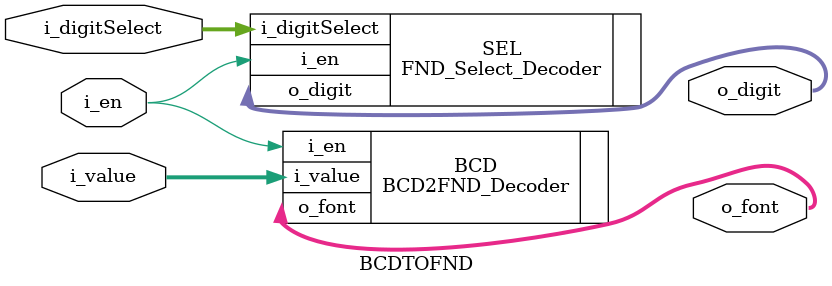
<source format=v>
`timescale 1ns / 1ps


module BCDTOFND(
    input [1:0] i_digitSelect,
    input[3:0] i_value,
    input i_en,
    output[3:0] o_digit,
    output[7:0] o_font
    );

    FND_Select_Decoder SEL(
        .i_digitSelect(i_digitSelect),
   .i_en(i_en),
    .o_digit(o_digit)

    );

    BCD2FND_Decoder BCD(
    .i_value(i_value) ,
    .i_en(i_en),
    .o_font(o_font) 
     );
endmodule

</source>
